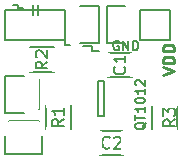
<source format=gto>
%TF.GenerationSoftware,KiCad,Pcbnew,4.0.4+e1-6308~48~ubuntu16.04.1-stable*%
%TF.CreationDate,2016-10-26T09:32:56-07:00*%
%TF.ProjectId,AT42QT1012-TSHR,415434325154313031322D545348522E,rev?*%
%TF.FileFunction,Legend,Top*%
%FSLAX46Y46*%
G04 Gerber Fmt 4.6, Leading zero omitted, Abs format (unit mm)*
G04 Created by KiCad (PCBNEW 4.0.4+e1-6308~48~ubuntu16.04.1-stable) date Wed Oct 26 09:32:56 2016*
%MOMM*%
%LPD*%
G01*
G04 APERTURE LIST*
%ADD10C,0.050000*%
%ADD11C,0.200000*%
%ADD12C,0.250000*%
%ADD13C,0.150000*%
%ADD14R,2.400000X2.000000*%
%ADD15R,2.432000X2.432000*%
%ADD16O,2.432000X2.432000*%
%ADD17R,2.635200X2.635200*%
%ADD18R,2.127200X2.432000*%
%ADD19O,2.127200X2.432000*%
%ADD20R,2.100000X2.400000*%
%ADD21R,2.400000X2.100000*%
%ADD22R,1.960000X1.050000*%
G04 APERTURE END LIST*
D10*
D11*
X140050000Y-99425000D02*
X139625000Y-99425000D01*
X140050000Y-99650000D02*
X140050000Y-99425000D01*
X140475000Y-99650000D02*
X140050000Y-99650000D01*
X146300000Y-103325000D02*
X146850000Y-103325000D01*
X146300000Y-102875000D02*
X146300000Y-103325000D01*
X145500000Y-102875000D02*
X146300000Y-102875000D01*
X150838095Y-109373809D02*
X150800000Y-109450000D01*
X150723810Y-109526190D01*
X150609524Y-109640476D01*
X150571429Y-109716667D01*
X150571429Y-109792857D01*
X150761905Y-109754762D02*
X150723810Y-109830952D01*
X150647619Y-109907143D01*
X150495238Y-109945238D01*
X150228571Y-109945238D01*
X150076190Y-109907143D01*
X150000000Y-109830952D01*
X149961905Y-109754762D01*
X149961905Y-109602381D01*
X150000000Y-109526190D01*
X150076190Y-109450000D01*
X150228571Y-109411905D01*
X150495238Y-109411905D01*
X150647619Y-109450000D01*
X150723810Y-109526190D01*
X150761905Y-109602381D01*
X150761905Y-109754762D01*
X149961905Y-109183334D02*
X149961905Y-108726191D01*
X150761905Y-108954762D02*
X149961905Y-108954762D01*
X150761905Y-108040476D02*
X150761905Y-108497619D01*
X150761905Y-108269048D02*
X149961905Y-108269048D01*
X150076190Y-108345238D01*
X150152381Y-108421429D01*
X150190476Y-108497619D01*
X149961905Y-107545238D02*
X149961905Y-107469047D01*
X150000000Y-107392857D01*
X150038095Y-107354762D01*
X150114286Y-107316666D01*
X150266667Y-107278571D01*
X150457143Y-107278571D01*
X150609524Y-107316666D01*
X150685714Y-107354762D01*
X150723810Y-107392857D01*
X150761905Y-107469047D01*
X150761905Y-107545238D01*
X150723810Y-107621428D01*
X150685714Y-107659524D01*
X150609524Y-107697619D01*
X150457143Y-107735714D01*
X150266667Y-107735714D01*
X150114286Y-107697619D01*
X150038095Y-107659524D01*
X150000000Y-107621428D01*
X149961905Y-107545238D01*
X150761905Y-106516666D02*
X150761905Y-106973809D01*
X150761905Y-106745238D02*
X149961905Y-106745238D01*
X150076190Y-106821428D01*
X150152381Y-106897619D01*
X150190476Y-106973809D01*
X150038095Y-106211904D02*
X150000000Y-106173809D01*
X149961905Y-106097618D01*
X149961905Y-105907142D01*
X150000000Y-105830952D01*
X150038095Y-105792856D01*
X150114286Y-105754761D01*
X150190476Y-105754761D01*
X150304762Y-105792856D01*
X150761905Y-106249999D01*
X150761905Y-105754761D01*
X144397620Y-102811905D02*
X144016667Y-102811905D01*
X144016667Y-102011905D01*
X141271429Y-100261905D02*
X141271429Y-99461905D01*
X141271429Y-99842857D02*
X141728572Y-99842857D01*
X141728572Y-100261905D02*
X141728572Y-99461905D01*
X148540477Y-102500000D02*
X148464286Y-102461905D01*
X148350001Y-102461905D01*
X148235715Y-102500000D01*
X148159524Y-102576190D01*
X148121429Y-102652381D01*
X148083334Y-102804762D01*
X148083334Y-102919048D01*
X148121429Y-103071429D01*
X148159524Y-103147619D01*
X148235715Y-103223810D01*
X148350001Y-103261905D01*
X148426191Y-103261905D01*
X148540477Y-103223810D01*
X148578572Y-103185714D01*
X148578572Y-102919048D01*
X148426191Y-102919048D01*
X148921429Y-103261905D02*
X148921429Y-102461905D01*
X149378572Y-103261905D01*
X149378572Y-102461905D01*
X149759524Y-103261905D02*
X149759524Y-102461905D01*
X149950000Y-102461905D01*
X150064286Y-102500000D01*
X150140477Y-102576190D01*
X150178572Y-102652381D01*
X150216667Y-102804762D01*
X150216667Y-102919048D01*
X150178572Y-103071429D01*
X150140477Y-103147619D01*
X150064286Y-103223810D01*
X149950000Y-103261905D01*
X149759524Y-103261905D01*
D12*
X152277381Y-105358333D02*
X153277381Y-105025000D01*
X152277381Y-104691666D01*
X153277381Y-104358333D02*
X152277381Y-104358333D01*
X152277381Y-104120238D01*
X152325000Y-103977380D01*
X152420238Y-103882142D01*
X152515476Y-103834523D01*
X152705952Y-103786904D01*
X152848810Y-103786904D01*
X153039286Y-103834523D01*
X153134524Y-103882142D01*
X153229762Y-103977380D01*
X153277381Y-104120238D01*
X153277381Y-104358333D01*
X153277381Y-103358333D02*
X152277381Y-103358333D01*
X152277381Y-103120238D01*
X152325000Y-102977380D01*
X152420238Y-102882142D01*
X152515476Y-102834523D01*
X152705952Y-102786904D01*
X152848810Y-102786904D01*
X153039286Y-102834523D01*
X153134524Y-102882142D01*
X153229762Y-102977380D01*
X153277381Y-103120238D01*
X153277381Y-103358333D01*
D13*
X147675000Y-105525000D02*
X149675000Y-105525000D01*
X149675000Y-103475000D02*
X147675000Y-103475000D01*
X148950000Y-110100000D02*
X146950000Y-110100000D01*
X146950000Y-112150000D02*
X148950000Y-112150000D01*
X150380000Y-99830000D02*
X152920000Y-99830000D01*
X147560000Y-99550000D02*
X149110000Y-99550000D01*
X150380000Y-99830000D02*
X150380000Y-102370000D01*
X149110000Y-102650000D02*
X147560000Y-102650000D01*
X147560000Y-102650000D02*
X147560000Y-99550000D01*
X150380000Y-102370000D02*
X152920000Y-102370000D01*
X152920000Y-102370000D02*
X152920000Y-99830000D01*
X138950000Y-112050000D02*
X138950000Y-110500000D01*
X142050000Y-110500000D02*
X142050000Y-112050000D01*
X142050000Y-112050000D02*
X138950000Y-112050000D01*
X141770000Y-109230000D02*
X139230000Y-109230000D01*
X138950000Y-105450000D02*
X140500000Y-105450000D01*
X140500000Y-108550000D02*
X138950000Y-108550000D01*
X138950000Y-108550000D02*
X138950000Y-105450000D01*
X141770000Y-108270000D02*
X141770000Y-105730000D01*
X144030000Y-99830000D02*
X138950000Y-99830000D01*
X138950000Y-99830000D02*
X138950000Y-102370000D01*
X138950000Y-102370000D02*
X144030000Y-102370000D01*
X146850000Y-102650000D02*
X145300000Y-102650000D01*
X144030000Y-102370000D02*
X144030000Y-99830000D01*
X145300000Y-99550000D02*
X146850000Y-99550000D01*
X146850000Y-99550000D02*
X146850000Y-102650000D01*
X142375000Y-109925000D02*
X142375000Y-107925000D01*
X144525000Y-107925000D02*
X144525000Y-109925000D01*
X141075000Y-102975000D02*
X143075000Y-102975000D01*
X143075000Y-105125000D02*
X141075000Y-105125000D01*
X151375000Y-109950000D02*
X151375000Y-107950000D01*
X153525000Y-107950000D02*
X153525000Y-109950000D01*
X146750000Y-105400000D02*
G75*
G03X146750000Y-105400000I-100000J0D01*
G01*
X147300000Y-105900000D02*
X146800000Y-105900000D01*
X147300000Y-108800000D02*
X147300000Y-105900000D01*
X146800000Y-108800000D02*
X147300000Y-108800000D01*
X146800000Y-105900000D02*
X146800000Y-108800000D01*
X149032143Y-104666666D02*
X149079762Y-104714285D01*
X149127381Y-104857142D01*
X149127381Y-104952380D01*
X149079762Y-105095238D01*
X148984524Y-105190476D01*
X148889286Y-105238095D01*
X148698810Y-105285714D01*
X148555952Y-105285714D01*
X148365476Y-105238095D01*
X148270238Y-105190476D01*
X148175000Y-105095238D01*
X148127381Y-104952380D01*
X148127381Y-104857142D01*
X148175000Y-104714285D01*
X148222619Y-104666666D01*
X149127381Y-103714285D02*
X149127381Y-104285714D01*
X149127381Y-104000000D02*
X148127381Y-104000000D01*
X148270238Y-104095238D01*
X148365476Y-104190476D01*
X148413095Y-104285714D01*
X147783334Y-111482143D02*
X147735715Y-111529762D01*
X147592858Y-111577381D01*
X147497620Y-111577381D01*
X147354762Y-111529762D01*
X147259524Y-111434524D01*
X147211905Y-111339286D01*
X147164286Y-111148810D01*
X147164286Y-111005952D01*
X147211905Y-110815476D01*
X147259524Y-110720238D01*
X147354762Y-110625000D01*
X147497620Y-110577381D01*
X147592858Y-110577381D01*
X147735715Y-110625000D01*
X147783334Y-110672619D01*
X148164286Y-110672619D02*
X148211905Y-110625000D01*
X148307143Y-110577381D01*
X148545239Y-110577381D01*
X148640477Y-110625000D01*
X148688096Y-110672619D01*
X148735715Y-110767857D01*
X148735715Y-110863095D01*
X148688096Y-111005952D01*
X148116667Y-111577381D01*
X148735715Y-111577381D01*
X143902381Y-109091666D02*
X143426190Y-109425000D01*
X143902381Y-109663095D02*
X142902381Y-109663095D01*
X142902381Y-109282142D01*
X142950000Y-109186904D01*
X142997619Y-109139285D01*
X143092857Y-109091666D01*
X143235714Y-109091666D01*
X143330952Y-109139285D01*
X143378571Y-109186904D01*
X143426190Y-109282142D01*
X143426190Y-109663095D01*
X143902381Y-108139285D02*
X143902381Y-108710714D01*
X143902381Y-108425000D02*
X142902381Y-108425000D01*
X143045238Y-108520238D01*
X143140476Y-108615476D01*
X143188095Y-108710714D01*
X142527381Y-104216666D02*
X142051190Y-104550000D01*
X142527381Y-104788095D02*
X141527381Y-104788095D01*
X141527381Y-104407142D01*
X141575000Y-104311904D01*
X141622619Y-104264285D01*
X141717857Y-104216666D01*
X141860714Y-104216666D01*
X141955952Y-104264285D01*
X142003571Y-104311904D01*
X142051190Y-104407142D01*
X142051190Y-104788095D01*
X141622619Y-103835714D02*
X141575000Y-103788095D01*
X141527381Y-103692857D01*
X141527381Y-103454761D01*
X141575000Y-103359523D01*
X141622619Y-103311904D01*
X141717857Y-103264285D01*
X141813095Y-103264285D01*
X141955952Y-103311904D01*
X142527381Y-103883333D01*
X142527381Y-103264285D01*
X153342381Y-109116666D02*
X152866190Y-109450000D01*
X153342381Y-109688095D02*
X152342381Y-109688095D01*
X152342381Y-109307142D01*
X152390000Y-109211904D01*
X152437619Y-109164285D01*
X152532857Y-109116666D01*
X152675714Y-109116666D01*
X152770952Y-109164285D01*
X152818571Y-109211904D01*
X152866190Y-109307142D01*
X152866190Y-109688095D01*
X152342381Y-108783333D02*
X152342381Y-108164285D01*
X152723333Y-108497619D01*
X152723333Y-108354761D01*
X152770952Y-108259523D01*
X152818571Y-108211904D01*
X152913810Y-108164285D01*
X153151905Y-108164285D01*
X153247143Y-108211904D01*
X153294762Y-108259523D01*
X153342381Y-108354761D01*
X153342381Y-108640476D01*
X153294762Y-108735714D01*
X153247143Y-108783333D01*
%LPC*%
D14*
X150675000Y-104500000D03*
X146675000Y-104500000D03*
X145950000Y-111125000D03*
X149950000Y-111125000D03*
D15*
X149110000Y-101100000D03*
D16*
X151650000Y-101100000D03*
D17*
X140500000Y-110500000D03*
X140500000Y-107000000D03*
D18*
X145300000Y-101100000D03*
D19*
X142760000Y-101100000D03*
X140220000Y-101100000D03*
D20*
X143450000Y-106925000D03*
X143450000Y-110925000D03*
D21*
X144075000Y-104050000D03*
X140075000Y-104050000D03*
D20*
X152450000Y-106950000D03*
X152450000Y-110950000D03*
D22*
X145700000Y-106400000D03*
X145700000Y-107350000D03*
X145700000Y-108300000D03*
X148400000Y-108300000D03*
X148400000Y-106400000D03*
X148400000Y-107350000D03*
M02*

</source>
